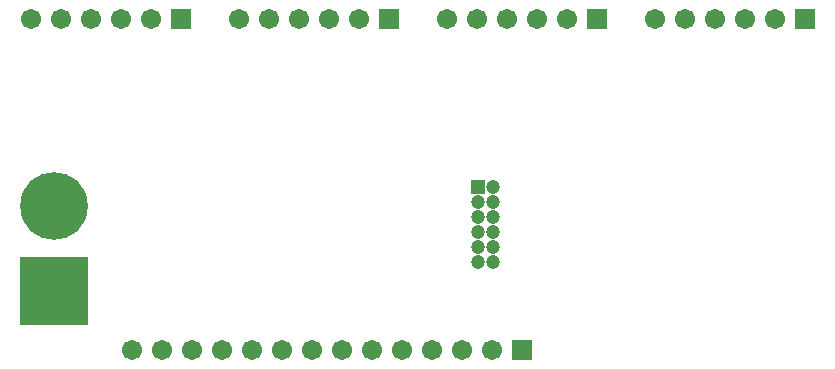
<source format=gbs>
G04*
G04 #@! TF.GenerationSoftware,Altium Limited,Altium Designer,20.1.12 (249)*
G04*
G04 Layer_Color=16711935*
%FSLAX24Y24*%
%MOIN*%
G70*
G04*
G04 #@! TF.SameCoordinates,7611F4AC-675D-4E0A-8C32-16A27ADB78BB*
G04*
G04*
G04 #@! TF.FilePolarity,Negative*
G04*
G01*
G75*
%ADD28C,0.2252*%
%ADD29R,0.2252X0.2252*%
%ADD30R,0.0671X0.0671*%
%ADD31C,0.0671*%
%ADD32R,0.0474X0.0474*%
%ADD33C,0.0474*%
D28*
X29900Y32367D02*
D03*
D29*
Y29533D02*
D03*
D30*
X41083Y38600D02*
D03*
X34150D02*
D03*
X48017D02*
D03*
X54950D02*
D03*
X45500Y27550D02*
D03*
D31*
X40083Y38600D02*
D03*
X39083D02*
D03*
X38083D02*
D03*
X37083D02*
D03*
X36083D02*
D03*
X33150D02*
D03*
X32150D02*
D03*
X31150D02*
D03*
X30150D02*
D03*
X29150D02*
D03*
X47017D02*
D03*
X46017D02*
D03*
X45017D02*
D03*
X44017D02*
D03*
X43017D02*
D03*
X53950D02*
D03*
X52950D02*
D03*
X51950D02*
D03*
X50950D02*
D03*
X49950D02*
D03*
X32500Y27550D02*
D03*
X33500D02*
D03*
X34500D02*
D03*
X35500D02*
D03*
X36500D02*
D03*
X37500D02*
D03*
X38500D02*
D03*
X39500D02*
D03*
X40500D02*
D03*
X41500D02*
D03*
X42500D02*
D03*
X43500D02*
D03*
X44500D02*
D03*
D32*
X44050Y33000D02*
D03*
D33*
X44550D02*
D03*
X44050Y32500D02*
D03*
X44550D02*
D03*
X44050Y32000D02*
D03*
X44550D02*
D03*
X44050Y31500D02*
D03*
X44550D02*
D03*
X44050Y31000D02*
D03*
X44550D02*
D03*
X44050Y30500D02*
D03*
X44550D02*
D03*
M02*

</source>
